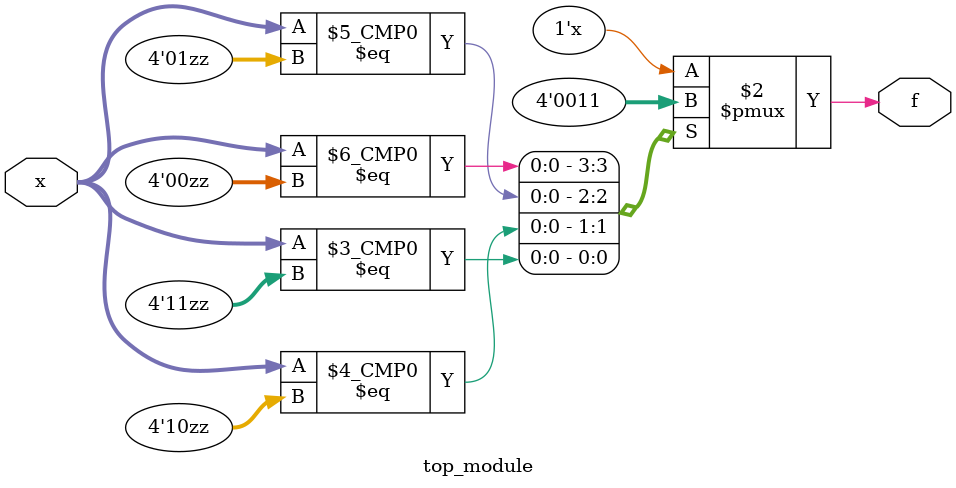
<source format=sv>
module top_module (
    input [4:1] x,
    output logic f
);

always_comb begin
    case (x)
        4'b00??: f = 1'b0;
        4'b01??: f = 1'b0;
        4'b10??: f = 1'b1;
        4'b11??: f = 1'b1;
    endcase
end

endmodule

</source>
